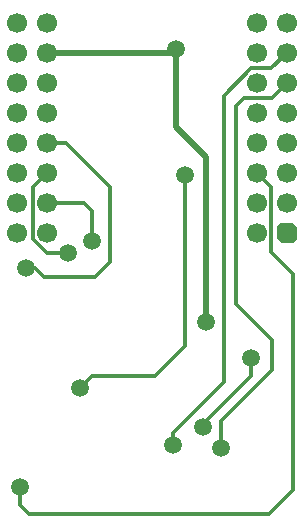
<source format=gbr>
%TF.GenerationSoftware,KiCad,Pcbnew,(6.0.1)*%
%TF.CreationDate,2022-11-17T23:17:31+08:00*%
%TF.ProjectId,ESP32_Adapter,45535033-325f-4416-9461-707465722e6b,rev?*%
%TF.SameCoordinates,Original*%
%TF.FileFunction,Copper,L2,Bot*%
%TF.FilePolarity,Positive*%
%FSLAX46Y46*%
G04 Gerber Fmt 4.6, Leading zero omitted, Abs format (unit mm)*
G04 Created by KiCad (PCBNEW (6.0.1)) date 2022-11-17 23:17:31*
%MOMM*%
%LPD*%
G01*
G04 APERTURE LIST*
G04 Aperture macros list*
%AMFreePoly0*
4,1,19,-0.850000,0.510000,-0.510000,0.850000,0.255000,0.850000,0.408997,0.829726,0.552500,0.770285,0.675729,0.675729,0.770285,0.552500,0.829726,0.408997,0.850000,0.255000,0.850000,-0.510000,0.510000,-0.850000,-0.255000,-0.850000,-0.408997,-0.829726,-0.552500,-0.770285,-0.675729,-0.675729,-0.770285,-0.552500,-0.829726,-0.408997,-0.850000,-0.255000,-0.850000,0.510000,-0.850000,0.510000,
$1*%
G04 Aperture macros list end*
%TA.AperFunction,ComponentPad*%
%ADD10FreePoly0,180.000000*%
%TD*%
%TA.AperFunction,ComponentPad*%
%ADD11C,1.700000*%
%TD*%
%TA.AperFunction,ViaPad*%
%ADD12C,1.500000*%
%TD*%
%TA.AperFunction,Conductor*%
%ADD13C,0.300000*%
%TD*%
%TA.AperFunction,Conductor*%
%ADD14C,0.500000*%
%TD*%
G04 APERTURE END LIST*
D10*
%TO.P,S2m1,1,EN*%
%TO.N,unconnected-(S2m1-Pad1)*%
X115824000Y-90002000D03*
D11*
%TO.P,S2m1,2,GPIO3*%
%TO.N,unconnected-(S2m1-Pad2)*%
X115824000Y-87462000D03*
%TO.P,S2m1,3,GPIO5*%
%TO.N,unconnected-(S2m1-Pad3)*%
X115824000Y-84922000D03*
%TO.P,S2m1,4,GPIO7*%
%TO.N,unconnected-(S2m1-Pad4)*%
X115824000Y-82382000D03*
%TO.P,S2m1,5,GPIO9*%
%TO.N,unconnected-(S2m1-Pad5)*%
X115824000Y-79842000D03*
%TO.P,S2m1,6,GPIO11*%
%TO.N,BTN_NEXT*%
X115824000Y-77302000D03*
%TO.P,S2m1,7,GPIO12*%
%TO.N,MT_SDA*%
X115824000Y-74762000D03*
%TO.P,S2m1,8,3V3*%
%TO.N,+3V3*%
X115824000Y-72222000D03*
%TO.P,S2m1,9,VBUS*%
%TO.N,+5V*%
X92964000Y-72222000D03*
%TO.P,S2m1,10,GND*%
%TO.N,GND*%
X92964000Y-74762000D03*
%TO.P,S2m1,11,XTAL_32K_N*%
%TO.N,unconnected-(S2m1-Pad11)*%
X92964000Y-77302000D03*
%TO.P,S2m1,12,DAC_2*%
%TO.N,unconnected-(S2m1-Pad12)*%
X92964000Y-79842000D03*
%TO.P,S2m1,13,GPIO33*%
%TO.N,WL*%
X92964000Y-82382000D03*
%TO.P,S2m1,14,GPIO35*%
%TO.N,VL*%
X92964000Y-84922000D03*
%TO.P,S2m1,15,GPIO37*%
%TO.N,UL*%
X92964000Y-87462000D03*
%TO.P,S2m1,16,MTCK*%
%TO.N,SERIAL_TX*%
X92964000Y-90002000D03*
%TO.P,S2m1,17,GPIO1*%
%TO.N,SERIAL_RX*%
X113284000Y-90002000D03*
%TO.P,S2m1,18,GPIO2*%
%TO.N,unconnected-(S2m1-Pad18)*%
X113284000Y-87462000D03*
%TO.P,S2m1,19,GPIO4*%
%TO.N,MT_CSN*%
X113284000Y-84922000D03*
%TO.P,S2m1,20,GPIO6*%
%TO.N,unconnected-(S2m1-Pad20)*%
X113284000Y-82382000D03*
%TO.P,S2m1,21,GPIO8*%
%TO.N,unconnected-(S2m1-Pad21)*%
X113284000Y-79842000D03*
%TO.P,S2m1,22,GPIO10*%
%TO.N,unconnected-(S2m1-Pad22)*%
X113284000Y-77302000D03*
%TO.P,S2m1,23,GPIO13*%
%TO.N,MT_SCL*%
X113284000Y-74762000D03*
%TO.P,S2m1,24,GPIO14*%
%TO.N,unconnected-(S2m1-Pad24)*%
X113284000Y-72222000D03*
%TO.P,S2m1,25,XTAL_32K_P*%
%TO.N,unconnected-(S2m1-Pad25)*%
X95504000Y-72222000D03*
%TO.P,S2m1,26,GND*%
%TO.N,GND*%
X95504000Y-74762000D03*
%TO.P,S2m1,27,DAC_1*%
%TO.N,unconnected-(S2m1-Pad27)*%
X95504000Y-77302000D03*
%TO.P,S2m1,28,GPIO21*%
%TO.N,unconnected-(S2m1-Pad28)*%
X95504000Y-79842000D03*
%TO.P,S2m1,29,GPIO34*%
%TO.N,WH*%
X95504000Y-82382000D03*
%TO.P,S2m1,30,GPIO36*%
%TO.N,VH*%
X95504000Y-84922000D03*
%TO.P,S2m1,31,GPIO38*%
%TO.N,UH*%
X95504000Y-87462000D03*
%TO.P,S2m1,32,MTDO*%
%TO.N,unconnected-(S2m1-Pad32)*%
X95504000Y-90002000D03*
%TD*%
D12*
%TO.N,MT_CSN*%
X93218000Y-111506000D03*
%TO.N,MT_SCL*%
X107188000Y-85090000D03*
X98298000Y-103124000D03*
%TO.N,SERIAL_RX*%
X112776000Y-100584000D03*
X108712000Y-106426000D03*
%TO.N,MT_SDA*%
X106172000Y-107950000D03*
%TO.N,BTN_NEXT*%
X110236000Y-108204000D03*
%TO.N,GND*%
X108966000Y-97536000D03*
%TO.N,WH*%
X93726000Y-92964000D03*
%TO.N,VH*%
X97282000Y-91694000D03*
%TO.N,UH*%
X99314000Y-90678000D03*
%TO.N,GND*%
X106426000Y-74422000D03*
%TD*%
D13*
%TO.N,MT_CSN*%
X116332000Y-93472000D02*
X114483511Y-91623511D01*
X114300000Y-113792000D02*
X116332000Y-111760000D01*
X116332000Y-111760000D02*
X116332000Y-93472000D01*
X114483511Y-91623511D02*
X114483511Y-86121511D01*
X93980000Y-113792000D02*
X114300000Y-113792000D01*
X93218000Y-113030000D02*
X93980000Y-113792000D01*
X114483511Y-86121511D02*
X113284000Y-84922000D01*
X93218000Y-111506000D02*
X93218000Y-113030000D01*
%TO.N,BTN_NEXT*%
X110236000Y-105918000D02*
X110236000Y-108204000D01*
X114554000Y-101600000D02*
X110236000Y-105918000D01*
X114554000Y-99060000D02*
X114554000Y-101600000D01*
X111506000Y-96012000D02*
X114554000Y-99060000D01*
X111506000Y-79248000D02*
X111506000Y-96012000D01*
X112182000Y-78572000D02*
X111506000Y-79248000D01*
X114554000Y-78572000D02*
X112182000Y-78572000D01*
X115824000Y-77302000D02*
X114554000Y-78572000D01*
%TO.N,MT_SDA*%
X106172000Y-106934000D02*
X106172000Y-107950000D01*
X110490000Y-78399634D02*
X110490000Y-102616000D01*
X114483511Y-76102489D02*
X112787145Y-76102489D01*
X110490000Y-102616000D02*
X106172000Y-106934000D01*
X115824000Y-74762000D02*
X114483511Y-76102489D01*
X112787145Y-76102489D02*
X110490000Y-78399634D01*
%TO.N,MT_SCL*%
X107188000Y-99568000D02*
X107188000Y-85090000D01*
X104648000Y-102108000D02*
X107188000Y-99568000D01*
X99314000Y-102108000D02*
X104648000Y-102108000D01*
X98298000Y-103124000D02*
X99314000Y-102108000D01*
%TO.N,SERIAL_RX*%
X112776000Y-101854000D02*
X112776000Y-100584000D01*
X112776000Y-102108000D02*
X112776000Y-101854000D01*
X109982000Y-104902000D02*
X112776000Y-102108000D01*
X108712000Y-106426000D02*
X108712000Y-106172000D01*
X108712000Y-106172000D02*
X109982000Y-104902000D01*
D14*
%TO.N,GND*%
X106426000Y-81026000D02*
X106426000Y-74422000D01*
X108966000Y-83566000D02*
X106426000Y-81026000D01*
X108966000Y-97536000D02*
X108966000Y-83566000D01*
D13*
%TO.N,WH*%
X97114000Y-82382000D02*
X95504000Y-82382000D01*
X100838000Y-86106000D02*
X97114000Y-82382000D01*
X100838000Y-92456000D02*
X100838000Y-86106000D01*
X99568000Y-93726000D02*
X100838000Y-92456000D01*
X95250000Y-93726000D02*
X99568000Y-93726000D01*
X94488000Y-92964000D02*
X95250000Y-93726000D01*
X93726000Y-92964000D02*
X94488000Y-92964000D01*
%TO.N,VH*%
X94304489Y-86121511D02*
X95504000Y-84922000D01*
X94304489Y-90498855D02*
X94304489Y-86121511D01*
X95499634Y-91694000D02*
X94304489Y-90498855D01*
X97282000Y-91694000D02*
X95499634Y-91694000D01*
%TO.N,UH*%
X98638000Y-87462000D02*
X95504000Y-87462000D01*
X99314000Y-90678000D02*
X99314000Y-88138000D01*
X99314000Y-88138000D02*
X98638000Y-87462000D01*
D14*
%TO.N,GND*%
X106086000Y-74762000D02*
X106426000Y-74422000D01*
X95504000Y-74762000D02*
X106086000Y-74762000D01*
%TD*%
M02*

</source>
